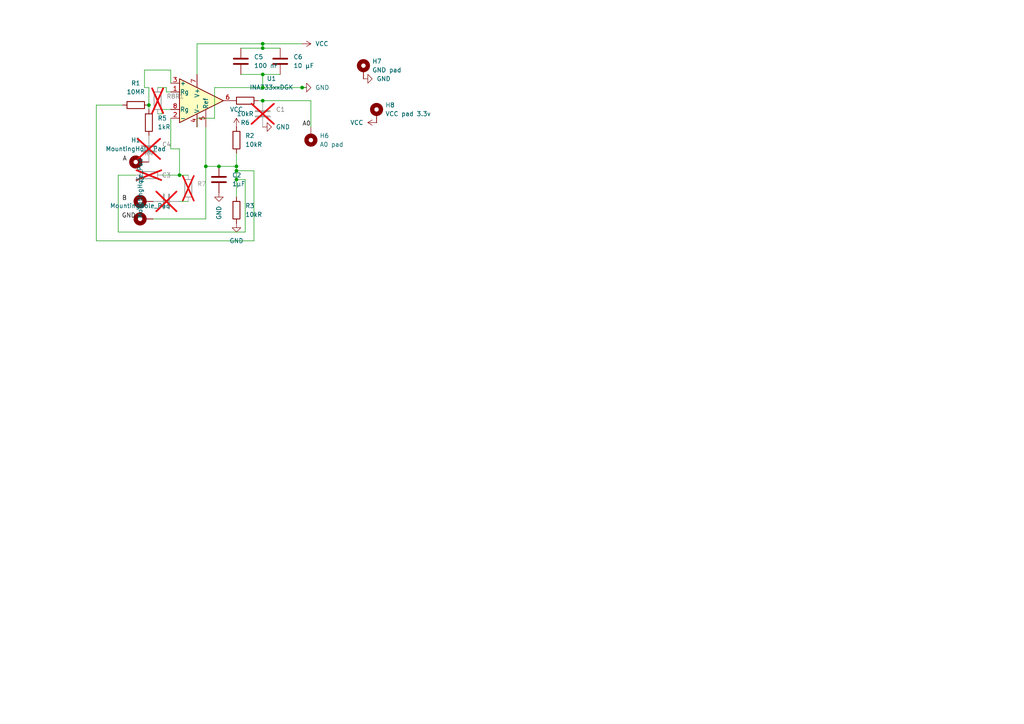
<source format=kicad_sch>
(kicad_sch
	(version 20250114)
	(generator "eeschema")
	(generator_version "9.0")
	(uuid "da7253fd-7f15-407b-9238-63da89b9dcaf")
	(paper "A4")
	(lib_symbols
		(symbol "Amplifier_Instrumentation:INA333xxDGK"
			(pin_names
				(offset 0.127)
			)
			(exclude_from_sim no)
			(in_bom yes)
			(on_board yes)
			(property "Reference" "U"
				(at 3.81 3.175 0)
				(effects
					(font
						(size 1.27 1.27)
					)
					(justify left)
				)
			)
			(property "Value" "INA333xxDGK"
				(at 3.81 -3.175 0)
				(effects
					(font
						(size 1.27 1.27)
					)
					(justify left)
				)
			)
			(property "Footprint" "Package_SO:VSSOP-8_3x3mm_P0.65mm"
				(at 0 -7.62 0)
				(effects
					(font
						(size 1.27 1.27)
					)
					(hide yes)
				)
			)
			(property "Datasheet" "https://www.ti.com/lit/ds/symlink/ina333.pdf"
				(at 2.54 0 0)
				(effects
					(font
						(size 1.27 1.27)
					)
					(hide yes)
				)
			)
			(property "Description" "Zero Drift, Micropower Instrumentation Amplifier G = 1 + 100kOhm/Rg, VSSOP-8"
				(at 0 0 0)
				(effects
					(font
						(size 1.27 1.27)
					)
					(hide yes)
				)
			)
			(property "ki_keywords" "instrumentation opamp amplifier"
				(at 0 0 0)
				(effects
					(font
						(size 1.27 1.27)
					)
					(hide yes)
				)
			)
			(property "ki_fp_filters" "VSSOP*3x3mm*P0.65mm*"
				(at 0 0 0)
				(effects
					(font
						(size 1.27 1.27)
					)
					(hide yes)
				)
			)
			(symbol "INA333xxDGK_0_1"
				(polyline
					(pts
						(xy 7.62 0) (xy -5.08 6.35) (xy -5.08 -6.35) (xy 7.62 0)
					)
					(stroke
						(width 0.254)
						(type default)
					)
					(fill
						(type background)
					)
				)
			)
			(symbol "INA333xxDGK_1_1"
				(pin input line
					(at -7.62 5.08 0)
					(length 2.54)
					(name "+"
						(effects
							(font
								(size 1.27 1.27)
							)
						)
					)
					(number "3"
						(effects
							(font
								(size 1.27 1.27)
							)
						)
					)
				)
				(pin passive line
					(at -7.62 2.54 0)
					(length 2.54)
					(name "Rg"
						(effects
							(font
								(size 1.27 1.27)
							)
						)
					)
					(number "1"
						(effects
							(font
								(size 1.27 1.27)
							)
						)
					)
				)
				(pin passive line
					(at -7.62 -2.54 0)
					(length 2.54)
					(name "Rg"
						(effects
							(font
								(size 1.27 1.27)
							)
						)
					)
					(number "8"
						(effects
							(font
								(size 1.27 1.27)
							)
						)
					)
				)
				(pin input line
					(at -7.62 -5.08 0)
					(length 2.54)
					(name "-"
						(effects
							(font
								(size 1.27 1.27)
							)
						)
					)
					(number "2"
						(effects
							(font
								(size 1.27 1.27)
							)
						)
					)
				)
				(pin power_in line
					(at 0 7.62 270)
					(length 3.81)
					(name "V+"
						(effects
							(font
								(size 1.27 1.27)
							)
						)
					)
					(number "7"
						(effects
							(font
								(size 1.27 1.27)
							)
						)
					)
				)
				(pin power_in line
					(at 0 -7.62 90)
					(length 3.81)
					(name "V-"
						(effects
							(font
								(size 1.27 1.27)
							)
						)
					)
					(number "4"
						(effects
							(font
								(size 1.27 1.27)
							)
						)
					)
				)
				(pin input line
					(at 2.54 -7.62 90)
					(length 5.08)
					(name "Ref"
						(effects
							(font
								(size 1.27 1.27)
							)
						)
					)
					(number "5"
						(effects
							(font
								(size 1.27 1.27)
							)
						)
					)
				)
				(pin output line
					(at 10.16 0 180)
					(length 2.54)
					(name "~"
						(effects
							(font
								(size 1.27 1.27)
							)
						)
					)
					(number "6"
						(effects
							(font
								(size 1.27 1.27)
							)
						)
					)
				)
			)
			(embedded_fonts no)
		)
		(symbol "Device:C"
			(pin_numbers
				(hide yes)
			)
			(pin_names
				(offset 0.254)
			)
			(exclude_from_sim no)
			(in_bom yes)
			(on_board yes)
			(property "Reference" "C"
				(at 0.635 2.54 0)
				(effects
					(font
						(size 1.27 1.27)
					)
					(justify left)
				)
			)
			(property "Value" "C"
				(at 0.635 -2.54 0)
				(effects
					(font
						(size 1.27 1.27)
					)
					(justify left)
				)
			)
			(property "Footprint" ""
				(at 0.9652 -3.81 0)
				(effects
					(font
						(size 1.27 1.27)
					)
					(hide yes)
				)
			)
			(property "Datasheet" "~"
				(at 0 0 0)
				(effects
					(font
						(size 1.27 1.27)
					)
					(hide yes)
				)
			)
			(property "Description" "Unpolarized capacitor"
				(at 0 0 0)
				(effects
					(font
						(size 1.27 1.27)
					)
					(hide yes)
				)
			)
			(property "ki_keywords" "cap capacitor"
				(at 0 0 0)
				(effects
					(font
						(size 1.27 1.27)
					)
					(hide yes)
				)
			)
			(property "ki_fp_filters" "C_*"
				(at 0 0 0)
				(effects
					(font
						(size 1.27 1.27)
					)
					(hide yes)
				)
			)
			(symbol "C_0_1"
				(polyline
					(pts
						(xy -2.032 0.762) (xy 2.032 0.762)
					)
					(stroke
						(width 0.508)
						(type default)
					)
					(fill
						(type none)
					)
				)
				(polyline
					(pts
						(xy -2.032 -0.762) (xy 2.032 -0.762)
					)
					(stroke
						(width 0.508)
						(type default)
					)
					(fill
						(type none)
					)
				)
			)
			(symbol "C_1_1"
				(pin passive line
					(at 0 3.81 270)
					(length 2.794)
					(name "~"
						(effects
							(font
								(size 1.27 1.27)
							)
						)
					)
					(number "1"
						(effects
							(font
								(size 1.27 1.27)
							)
						)
					)
				)
				(pin passive line
					(at 0 -3.81 90)
					(length 2.794)
					(name "~"
						(effects
							(font
								(size 1.27 1.27)
							)
						)
					)
					(number "2"
						(effects
							(font
								(size 1.27 1.27)
							)
						)
					)
				)
			)
			(embedded_fonts no)
		)
		(symbol "Device:R"
			(pin_numbers
				(hide yes)
			)
			(pin_names
				(offset 0)
			)
			(exclude_from_sim no)
			(in_bom yes)
			(on_board yes)
			(property "Reference" "R"
				(at 2.032 0 90)
				(effects
					(font
						(size 1.27 1.27)
					)
				)
			)
			(property "Value" "R"
				(at 0 0 90)
				(effects
					(font
						(size 1.27 1.27)
					)
				)
			)
			(property "Footprint" ""
				(at -1.778 0 90)
				(effects
					(font
						(size 1.27 1.27)
					)
					(hide yes)
				)
			)
			(property "Datasheet" "~"
				(at 0 0 0)
				(effects
					(font
						(size 1.27 1.27)
					)
					(hide yes)
				)
			)
			(property "Description" "Resistor"
				(at 0 0 0)
				(effects
					(font
						(size 1.27 1.27)
					)
					(hide yes)
				)
			)
			(property "ki_keywords" "R res resistor"
				(at 0 0 0)
				(effects
					(font
						(size 1.27 1.27)
					)
					(hide yes)
				)
			)
			(property "ki_fp_filters" "R_*"
				(at 0 0 0)
				(effects
					(font
						(size 1.27 1.27)
					)
					(hide yes)
				)
			)
			(symbol "R_0_1"
				(rectangle
					(start -1.016 -2.54)
					(end 1.016 2.54)
					(stroke
						(width 0.254)
						(type default)
					)
					(fill
						(type none)
					)
				)
			)
			(symbol "R_1_1"
				(pin passive line
					(at 0 3.81 270)
					(length 1.27)
					(name "~"
						(effects
							(font
								(size 1.27 1.27)
							)
						)
					)
					(number "1"
						(effects
							(font
								(size 1.27 1.27)
							)
						)
					)
				)
				(pin passive line
					(at 0 -3.81 90)
					(length 1.27)
					(name "~"
						(effects
							(font
								(size 1.27 1.27)
							)
						)
					)
					(number "2"
						(effects
							(font
								(size 1.27 1.27)
							)
						)
					)
				)
			)
			(embedded_fonts no)
		)
		(symbol "Mechanical:MountingHole_Pad"
			(pin_numbers
				(hide yes)
			)
			(pin_names
				(offset 1.016)
				(hide yes)
			)
			(exclude_from_sim no)
			(in_bom no)
			(on_board yes)
			(property "Reference" "H"
				(at 0 6.35 0)
				(effects
					(font
						(size 1.27 1.27)
					)
				)
			)
			(property "Value" "MountingHole_Pad"
				(at 0 4.445 0)
				(effects
					(font
						(size 1.27 1.27)
					)
				)
			)
			(property "Footprint" ""
				(at 0 0 0)
				(effects
					(font
						(size 1.27 1.27)
					)
					(hide yes)
				)
			)
			(property "Datasheet" "~"
				(at 0 0 0)
				(effects
					(font
						(size 1.27 1.27)
					)
					(hide yes)
				)
			)
			(property "Description" "Mounting Hole with connection"
				(at 0 0 0)
				(effects
					(font
						(size 1.27 1.27)
					)
					(hide yes)
				)
			)
			(property "ki_keywords" "mounting hole"
				(at 0 0 0)
				(effects
					(font
						(size 1.27 1.27)
					)
					(hide yes)
				)
			)
			(property "ki_fp_filters" "MountingHole*Pad*"
				(at 0 0 0)
				(effects
					(font
						(size 1.27 1.27)
					)
					(hide yes)
				)
			)
			(symbol "MountingHole_Pad_0_1"
				(circle
					(center 0 1.27)
					(radius 1.27)
					(stroke
						(width 1.27)
						(type default)
					)
					(fill
						(type none)
					)
				)
			)
			(symbol "MountingHole_Pad_1_1"
				(pin input line
					(at 0 -2.54 90)
					(length 2.54)
					(name "1"
						(effects
							(font
								(size 1.27 1.27)
							)
						)
					)
					(number "1"
						(effects
							(font
								(size 1.27 1.27)
							)
						)
					)
				)
			)
			(embedded_fonts no)
		)
		(symbol "power:GND"
			(power)
			(pin_numbers
				(hide yes)
			)
			(pin_names
				(offset 0)
				(hide yes)
			)
			(exclude_from_sim no)
			(in_bom yes)
			(on_board yes)
			(property "Reference" "#PWR"
				(at 0 -6.35 0)
				(effects
					(font
						(size 1.27 1.27)
					)
					(hide yes)
				)
			)
			(property "Value" "GND"
				(at 0 -3.81 0)
				(effects
					(font
						(size 1.27 1.27)
					)
				)
			)
			(property "Footprint" ""
				(at 0 0 0)
				(effects
					(font
						(size 1.27 1.27)
					)
					(hide yes)
				)
			)
			(property "Datasheet" ""
				(at 0 0 0)
				(effects
					(font
						(size 1.27 1.27)
					)
					(hide yes)
				)
			)
			(property "Description" "Power symbol creates a global label with name \"GND\" , ground"
				(at 0 0 0)
				(effects
					(font
						(size 1.27 1.27)
					)
					(hide yes)
				)
			)
			(property "ki_keywords" "global power"
				(at 0 0 0)
				(effects
					(font
						(size 1.27 1.27)
					)
					(hide yes)
				)
			)
			(symbol "GND_0_1"
				(polyline
					(pts
						(xy 0 0) (xy 0 -1.27) (xy 1.27 -1.27) (xy 0 -2.54) (xy -1.27 -1.27) (xy 0 -1.27)
					)
					(stroke
						(width 0)
						(type default)
					)
					(fill
						(type none)
					)
				)
			)
			(symbol "GND_1_1"
				(pin power_in line
					(at 0 0 270)
					(length 0)
					(name "~"
						(effects
							(font
								(size 1.27 1.27)
							)
						)
					)
					(number "1"
						(effects
							(font
								(size 1.27 1.27)
							)
						)
					)
				)
			)
			(embedded_fonts no)
		)
		(symbol "power:VCC"
			(power)
			(pin_numbers
				(hide yes)
			)
			(pin_names
				(offset 0)
				(hide yes)
			)
			(exclude_from_sim no)
			(in_bom yes)
			(on_board yes)
			(property "Reference" "#PWR"
				(at 0 -3.81 0)
				(effects
					(font
						(size 1.27 1.27)
					)
					(hide yes)
				)
			)
			(property "Value" "VCC"
				(at 0 3.556 0)
				(effects
					(font
						(size 1.27 1.27)
					)
				)
			)
			(property "Footprint" ""
				(at 0 0 0)
				(effects
					(font
						(size 1.27 1.27)
					)
					(hide yes)
				)
			)
			(property "Datasheet" ""
				(at 0 0 0)
				(effects
					(font
						(size 1.27 1.27)
					)
					(hide yes)
				)
			)
			(property "Description" "Power symbol creates a global label with name \"VCC\""
				(at 0 0 0)
				(effects
					(font
						(size 1.27 1.27)
					)
					(hide yes)
				)
			)
			(property "ki_keywords" "global power"
				(at 0 0 0)
				(effects
					(font
						(size 1.27 1.27)
					)
					(hide yes)
				)
			)
			(symbol "VCC_0_1"
				(polyline
					(pts
						(xy -0.762 1.27) (xy 0 2.54)
					)
					(stroke
						(width 0)
						(type default)
					)
					(fill
						(type none)
					)
				)
				(polyline
					(pts
						(xy 0 2.54) (xy 0.762 1.27)
					)
					(stroke
						(width 0)
						(type default)
					)
					(fill
						(type none)
					)
				)
				(polyline
					(pts
						(xy 0 0) (xy 0 2.54)
					)
					(stroke
						(width 0)
						(type default)
					)
					(fill
						(type none)
					)
				)
			)
			(symbol "VCC_1_1"
				(pin power_in line
					(at 0 0 90)
					(length 0)
					(name "~"
						(effects
							(font
								(size 1.27 1.27)
							)
						)
					)
					(number "1"
						(effects
							(font
								(size 1.27 1.27)
							)
						)
					)
				)
			)
			(embedded_fonts no)
		)
	)
	(junction
		(at 52.07 50.8)
		(diameter 0)
		(color 0 0 0 0)
		(uuid "16e543bf-95bc-43c1-a938-56b7cece2922")
	)
	(junction
		(at 76.2 29.21)
		(diameter 0)
		(color 0 0 0 0)
		(uuid "36457506-3f04-4ca5-a742-b10cfc8581e0")
	)
	(junction
		(at 76.2 13.97)
		(diameter 0)
		(color 0 0 0 0)
		(uuid "3f909286-163b-42a5-92d1-1f6003ba15be")
	)
	(junction
		(at 76.2 21.59)
		(diameter 0)
		(color 0 0 0 0)
		(uuid "40e5fe75-b018-4449-907a-b4a18eb22298")
	)
	(junction
		(at 63.5 48.26)
		(diameter 0)
		(color 0 0 0 0)
		(uuid "581b5caa-edad-4191-8450-0c05f4b09a75")
	)
	(junction
		(at 68.58 48.26)
		(diameter 0)
		(color 0 0 0 0)
		(uuid "849d05e3-98f1-4222-af7e-00874bb77375")
	)
	(junction
		(at 59.69 48.26)
		(diameter 0)
		(color 0 0 0 0)
		(uuid "8aa43707-11dc-474c-b8c2-608402b11791")
	)
	(junction
		(at 68.58 52.07)
		(diameter 0)
		(color 0 0 0 0)
		(uuid "8d73cf4d-3bc8-48b6-9011-77183719d3a1")
	)
	(junction
		(at 76.2 25.4)
		(diameter 0)
		(color 0 0 0 0)
		(uuid "9d958e77-74b7-4484-96ed-b5313d37fc51")
	)
	(junction
		(at 68.58 49.53)
		(diameter 0)
		(color 0 0 0 0)
		(uuid "a0a95290-5735-4ea9-936a-dc01827be10e")
	)
	(junction
		(at 76.2 12.7)
		(diameter 0)
		(color 0 0 0 0)
		(uuid "a3101471-6fd5-438a-b5b4-69580a8c93d8")
	)
	(junction
		(at 43.18 30.48)
		(diameter 0)
		(color 0 0 0 0)
		(uuid "c7885d5c-2540-4d11-9de1-2962328853cf")
	)
	(junction
		(at 87.63 25.4)
		(diameter 0)
		(color 0 0 0 0)
		(uuid "e55c7390-006e-433d-a2a7-920e1271fc16")
	)
	(wire
		(pts
			(xy 57.15 12.7) (xy 76.2 12.7)
		)
		(stroke
			(width 0)
			(type default)
		)
		(uuid "0df71d9d-88f4-43a5-83a3-9a7f9691954a")
	)
	(wire
		(pts
			(xy 71.12 52.07) (xy 68.58 52.07)
		)
		(stroke
			(width 0)
			(type default)
		)
		(uuid "165d4604-b4dd-4b8f-bc07-e9c192aafd53")
	)
	(wire
		(pts
			(xy 43.18 30.48) (xy 43.18 25.4)
		)
		(stroke
			(width 0)
			(type default)
		)
		(uuid "19aedd48-3590-4b9e-aa2f-4247712e32b8")
	)
	(wire
		(pts
			(xy 76.2 21.59) (xy 81.28 21.59)
		)
		(stroke
			(width 0)
			(type default)
		)
		(uuid "1ea0b9b3-f7a4-4f1d-be62-4b201ead4abe")
	)
	(wire
		(pts
			(xy 59.69 36.83) (xy 59.69 48.26)
		)
		(stroke
			(width 0)
			(type default)
		)
		(uuid "24cd9870-40f0-4949-865b-c4aa13304690")
	)
	(wire
		(pts
			(xy 68.58 44.45) (xy 68.58 48.26)
		)
		(stroke
			(width 0)
			(type default)
		)
		(uuid "25bbb451-ba21-4419-a8bf-3cc567aae34d")
	)
	(wire
		(pts
			(xy 43.18 30.48) (xy 43.18 31.75)
		)
		(stroke
			(width 0)
			(type default)
		)
		(uuid "26d0737c-b515-4063-87b7-4f59572728b7")
	)
	(wire
		(pts
			(xy 43.18 25.4) (xy 41.91 25.4)
		)
		(stroke
			(width 0)
			(type default)
		)
		(uuid "2a53880f-6d86-4bf9-a92f-44d937addc68")
	)
	(wire
		(pts
			(xy 76.2 29.21) (xy 90.17 29.21)
		)
		(stroke
			(width 0)
			(type default)
		)
		(uuid "2afb9499-4d92-4e8e-aa29-9904b51bc011")
	)
	(wire
		(pts
			(xy 52.07 43.18) (xy 52.07 50.8)
		)
		(stroke
			(width 0)
			(type default)
		)
		(uuid "2d3ea80a-1aea-4342-b009-8118e8ce60dd")
	)
	(wire
		(pts
			(xy 49.53 26.67) (xy 48.26 26.67)
		)
		(stroke
			(width 0)
			(type default)
		)
		(uuid "2e81ce41-132d-441e-a5f7-4b7bec002634")
	)
	(wire
		(pts
			(xy 76.2 21.59) (xy 76.2 25.4)
		)
		(stroke
			(width 0)
			(type default)
		)
		(uuid "30108d26-ca4e-4e02-b655-f5001e21d5e5")
	)
	(wire
		(pts
			(xy 62.23 34.29) (xy 62.23 25.4)
		)
		(stroke
			(width 0)
			(type default)
		)
		(uuid "395b2a40-8934-4dcf-b73d-389fe6758742")
	)
	(wire
		(pts
			(xy 68.58 52.07) (xy 68.58 57.15)
		)
		(stroke
			(width 0)
			(type default)
		)
		(uuid "39d20c67-ead7-4afc-8a87-066a0c929c8b")
	)
	(wire
		(pts
			(xy 34.29 67.31) (xy 71.12 67.31)
		)
		(stroke
			(width 0)
			(type default)
		)
		(uuid "3a304420-2fc4-4e3e-9300-1ffc707666ed")
	)
	(wire
		(pts
			(xy 59.69 48.26) (xy 59.69 63.5)
		)
		(stroke
			(width 0)
			(type default)
		)
		(uuid "3a96d6c1-0219-4943-a733-b821cdaa72c0")
	)
	(wire
		(pts
			(xy 76.2 12.7) (xy 76.2 13.97)
		)
		(stroke
			(width 0)
			(type default)
		)
		(uuid "3c634707-29b3-4332-9a23-4781c197e6c6")
	)
	(wire
		(pts
			(xy 34.29 50.8) (xy 34.29 67.31)
		)
		(stroke
			(width 0)
			(type default)
		)
		(uuid "4240dd07-f5cd-4b5b-a1e3-5c8c0d29cd32")
	)
	(wire
		(pts
			(xy 27.94 30.48) (xy 27.94 69.85)
		)
		(stroke
			(width 0)
			(type default)
		)
		(uuid "4de0a93f-12a2-4b2b-9762-0e83ff6e90f1")
	)
	(wire
		(pts
			(xy 46.99 33.02) (xy 45.72 33.02)
		)
		(stroke
			(width 0)
			(type default)
		)
		(uuid "54750c97-57ca-476d-a065-53b7c07f7011")
	)
	(wire
		(pts
			(xy 68.58 49.53) (xy 68.58 52.07)
		)
		(stroke
			(width 0)
			(type default)
		)
		(uuid "585ee5f9-8f3e-495c-85ed-54e07f000f67")
	)
	(wire
		(pts
			(xy 63.5 48.26) (xy 68.58 48.26)
		)
		(stroke
			(width 0)
			(type default)
		)
		(uuid "59139be1-5b0f-41dc-861b-9330889c3457")
	)
	(wire
		(pts
			(xy 46.99 50.8) (xy 52.07 50.8)
		)
		(stroke
			(width 0)
			(type default)
		)
		(uuid "5ca175b9-7026-4e97-9d17-b1e987767540")
	)
	(wire
		(pts
			(xy 46.99 31.75) (xy 46.99 33.02)
		)
		(stroke
			(width 0)
			(type default)
		)
		(uuid "68aaf79a-7a8c-475b-9a0e-14cc153134b1")
	)
	(wire
		(pts
			(xy 76.2 25.4) (xy 87.63 25.4)
		)
		(stroke
			(width 0)
			(type default)
		)
		(uuid "6a5ba2c7-5309-45ae-b09e-00cf96c0c80f")
	)
	(wire
		(pts
			(xy 59.69 48.26) (xy 63.5 48.26)
		)
		(stroke
			(width 0)
			(type default)
		)
		(uuid "76f80796-09af-4689-837c-ae6c23fcd4a9")
	)
	(wire
		(pts
			(xy 52.07 43.18) (xy 49.53 43.18)
		)
		(stroke
			(width 0)
			(type default)
		)
		(uuid "795d79e9-76eb-4a15-a93a-066a223ab543")
	)
	(wire
		(pts
			(xy 76.2 12.7) (xy 87.63 12.7)
		)
		(stroke
			(width 0)
			(type default)
		)
		(uuid "84f3f77a-3130-41c7-9db2-ea6ae15dc932")
	)
	(wire
		(pts
			(xy 52.07 50.8) (xy 54.61 50.8)
		)
		(stroke
			(width 0)
			(type default)
		)
		(uuid "8cf11255-6ee5-474b-89c1-c663ccf190c8")
	)
	(wire
		(pts
			(xy 69.85 13.97) (xy 76.2 13.97)
		)
		(stroke
			(width 0)
			(type default)
		)
		(uuid "93653085-c422-4f8b-9114-32e0a78a5fb7")
	)
	(wire
		(pts
			(xy 41.91 20.32) (xy 49.53 20.32)
		)
		(stroke
			(width 0)
			(type default)
		)
		(uuid "9770c7b6-1d9d-4092-a16c-d6b9105dd859")
	)
	(wire
		(pts
			(xy 52.07 58.42) (xy 54.61 58.42)
		)
		(stroke
			(width 0)
			(type default)
		)
		(uuid "9a36bfb7-a3a2-46ff-a314-5cb0d10c0588")
	)
	(wire
		(pts
			(xy 39.37 50.8) (xy 34.29 50.8)
		)
		(stroke
			(width 0)
			(type default)
		)
		(uuid "a2225474-910e-4e26-83dd-6d7bb62bcbd5")
	)
	(wire
		(pts
			(xy 76.2 13.97) (xy 81.28 13.97)
		)
		(stroke
			(width 0)
			(type default)
		)
		(uuid "a3b9e3af-1aef-44bc-91d8-21b72bf4e61a")
	)
	(wire
		(pts
			(xy 74.93 29.21) (xy 76.2 29.21)
		)
		(stroke
			(width 0)
			(type default)
		)
		(uuid "a8dd3d25-f7b4-4a44-9a9d-79836e264aa9")
	)
	(wire
		(pts
			(xy 35.56 30.48) (xy 27.94 30.48)
		)
		(stroke
			(width 0)
			(type default)
		)
		(uuid "abc890ab-1790-4a7f-b4fd-47eed03e832d")
	)
	(wire
		(pts
			(xy 41.91 25.4) (xy 41.91 20.32)
		)
		(stroke
			(width 0)
			(type default)
		)
		(uuid "b0729d31-d50a-4e4a-ac4f-72d653d05d4f")
	)
	(wire
		(pts
			(xy 57.15 36.83) (xy 57.15 34.29)
		)
		(stroke
			(width 0)
			(type default)
		)
		(uuid "b45425cf-3117-478d-80ae-6e3cc2e055dd")
	)
	(wire
		(pts
			(xy 49.53 34.29) (xy 49.53 43.18)
		)
		(stroke
			(width 0)
			(type default)
		)
		(uuid "b9559bb4-c893-4037-9f39-7d5936b6aaf6")
	)
	(wire
		(pts
			(xy 73.66 69.85) (xy 73.66 49.53)
		)
		(stroke
			(width 0)
			(type default)
		)
		(uuid "c5007acd-3712-40f0-82ee-15bb9dd6b816")
	)
	(wire
		(pts
			(xy 71.12 67.31) (xy 71.12 52.07)
		)
		(stroke
			(width 0)
			(type default)
		)
		(uuid "c5b088c1-ca35-46f4-9bf9-12c5e860278a")
	)
	(wire
		(pts
			(xy 57.15 34.29) (xy 62.23 34.29)
		)
		(stroke
			(width 0)
			(type default)
		)
		(uuid "c941424a-ad6a-4386-8a55-1ce12f7e98e9")
	)
	(wire
		(pts
			(xy 48.26 25.4) (xy 45.72 25.4)
		)
		(stroke
			(width 0)
			(type default)
		)
		(uuid "cd8be7a7-3713-4010-9f9f-788e2fd029df")
	)
	(wire
		(pts
			(xy 49.53 20.32) (xy 49.53 24.13)
		)
		(stroke
			(width 0)
			(type default)
		)
		(uuid "cf0fce16-b5cd-4646-bf9e-e2330c5356cc")
	)
	(wire
		(pts
			(xy 48.26 26.67) (xy 48.26 25.4)
		)
		(stroke
			(width 0)
			(type default)
		)
		(uuid "cf2f37e5-96e3-4c16-84f9-c92116f4e247")
	)
	(wire
		(pts
			(xy 90.17 29.21) (xy 90.17 36.83)
		)
		(stroke
			(width 0)
			(type default)
		)
		(uuid "d0320186-3704-41a0-b234-e9a4df2e85f5")
	)
	(wire
		(pts
			(xy 69.85 21.59) (xy 76.2 21.59)
		)
		(stroke
			(width 0)
			(type default)
		)
		(uuid "d78bc652-2734-44ea-be08-b95091f29312")
	)
	(wire
		(pts
			(xy 62.23 25.4) (xy 76.2 25.4)
		)
		(stroke
			(width 0)
			(type default)
		)
		(uuid "d879ba2c-1da2-450d-a9ff-8c7560770380")
	)
	(wire
		(pts
			(xy 27.94 69.85) (xy 73.66 69.85)
		)
		(stroke
			(width 0)
			(type default)
		)
		(uuid "dd150c16-9a6b-407f-add4-96bf5a59cdd8")
	)
	(wire
		(pts
			(xy 57.15 12.7) (xy 57.15 21.59)
		)
		(stroke
			(width 0)
			(type default)
		)
		(uuid "e285d921-904e-4b7f-83ad-22a9406eb72b")
	)
	(wire
		(pts
			(xy 73.66 49.53) (xy 68.58 49.53)
		)
		(stroke
			(width 0)
			(type default)
		)
		(uuid "e68c0b4c-e561-4dc4-b4b8-0c942316498f")
	)
	(wire
		(pts
			(xy 49.53 31.75) (xy 46.99 31.75)
		)
		(stroke
			(width 0)
			(type default)
		)
		(uuid "ee2bbb13-577b-4c61-9289-81f34323bde1")
	)
	(wire
		(pts
			(xy 88.9 25.4) (xy 87.63 25.4)
		)
		(stroke
			(width 0)
			(type default)
		)
		(uuid "eecc9eb1-b13b-45f4-97ab-751ca7737893")
	)
	(wire
		(pts
			(xy 68.58 48.26) (xy 68.58 49.53)
		)
		(stroke
			(width 0)
			(type default)
		)
		(uuid "f12be941-1072-482c-9b18-e54dbe17530e")
	)
	(wire
		(pts
			(xy 44.45 63.5) (xy 59.69 63.5)
		)
		(stroke
			(width 0)
			(type default)
		)
		(uuid "ff717fd8-7122-41ff-bc8b-25a07831c231")
	)
	(label "GND"
		(at 39.37 63.5 180)
		(effects
			(font
				(size 1.27 1.27)
			)
			(justify right bottom)
		)
		(uuid "01666c32-7903-42b6-a819-419ab29da197")
	)
	(label "A"
		(at 36.83 46.99 180)
		(effects
			(font
				(size 1.27 1.27)
			)
			(justify right bottom)
		)
		(uuid "133b96e1-e2d9-4cdc-935f-f57f1848972f")
	)
	(label "B"
		(at 36.83 58.42 180)
		(effects
			(font
				(size 1.27 1.27)
			)
			(justify right bottom)
		)
		(uuid "c7389b8b-74a0-4c68-90a1-f2a7a83d2402")
	)
	(label "A0"
		(at 90.17 36.83 180)
		(effects
			(font
				(size 1.27 1.27)
			)
			(justify right bottom)
		)
		(uuid "ebe36101-f4a8-4083-b0d9-fb059be84b60")
	)
	(symbol
		(lib_id "Device:R")
		(at 71.12 29.21 270)
		(unit 1)
		(exclude_from_sim no)
		(in_bom yes)
		(on_board yes)
		(dnp no)
		(uuid "14a17427-cd5b-4b55-b7f2-476287f9f638")
		(property "Reference" "R6"
			(at 71.12 35.56 90)
			(effects
				(font
					(size 1.27 1.27)
				)
			)
		)
		(property "Value" "10kR"
			(at 71.12 33.02 90)
			(effects
				(font
					(size 1.27 1.27)
				)
			)
		)
		(property "Footprint" "Resistor_SMD:R_0805_2012Metric_Pad1.20x1.40mm_HandSolder"
			(at 71.12 27.432 90)
			(effects
				(font
					(size 1.27 1.27)
				)
				(hide yes)
			)
		)
		(property "Datasheet" "~"
			(at 71.12 29.21 0)
			(effects
				(font
					(size 1.27 1.27)
				)
				(hide yes)
			)
		)
		(property "Description" "Resistor"
			(at 71.12 29.21 0)
			(effects
				(font
					(size 1.27 1.27)
				)
				(hide yes)
			)
		)
		(pin "1"
			(uuid "c46b7c1a-773f-4289-9539-c4ccb4f40574")
		)
		(pin "2"
			(uuid "57359060-4356-405c-b59b-79f03e000926")
		)
		(instances
			(project ""
				(path "/da7253fd-7f15-407b-9238-63da89b9dcaf"
					(reference "R6")
					(unit 1)
				)
			)
		)
	)
	(symbol
		(lib_id "Device:C")
		(at 48.26 58.42 90)
		(unit 1)
		(exclude_from_sim no)
		(in_bom yes)
		(on_board yes)
		(dnp yes)
		(fields_autoplaced yes)
		(uuid "17d4fcc4-95b5-4cdc-8c40-4ebd0ace9ef1")
		(property "Reference" "C3"
			(at 48.26 50.8 90)
			(effects
				(font
					(size 1.27 1.27)
				)
			)
		)
		(property "Value" ""
			(at 48.26 53.34 90)
			(effects
				(font
					(size 1.27 1.27)
				)
			)
		)
		(property "Footprint" "Capacitor_SMD:C_0805_2012Metric_Pad1.18x1.45mm_HandSolder"
			(at 52.07 57.4548 0)
			(effects
				(font
					(size 1.27 1.27)
				)
				(hide yes)
			)
		)
		(property "Datasheet" "~"
			(at 48.26 58.42 0)
			(effects
				(font
					(size 1.27 1.27)
				)
				(hide yes)
			)
		)
		(property "Description" "Unpolarized capacitor"
			(at 48.26 58.42 0)
			(effects
				(font
					(size 1.27 1.27)
				)
				(hide yes)
			)
		)
		(pin "1"
			(uuid "b95b4cf2-067a-4b0e-a896-49dd6bfdbaa3")
		)
		(pin "2"
			(uuid "277e717e-6d04-4ce1-a196-ffc236fd3ce9")
		)
		(instances
			(project ""
				(path "/da7253fd-7f15-407b-9238-63da89b9dcaf"
					(reference "C3")
					(unit 1)
				)
			)
		)
	)
	(symbol
		(lib_id "power:VCC")
		(at 68.58 36.83 0)
		(unit 1)
		(exclude_from_sim no)
		(in_bom yes)
		(on_board yes)
		(dnp no)
		(fields_autoplaced yes)
		(uuid "185f3ae8-7703-4787-ab32-fbcd5b39ba06")
		(property "Reference" "#PWR02"
			(at 68.58 40.64 0)
			(effects
				(font
					(size 1.27 1.27)
				)
				(hide yes)
			)
		)
		(property "Value" "VCC"
			(at 68.58 31.75 0)
			(effects
				(font
					(size 1.27 1.27)
				)
			)
		)
		(property "Footprint" ""
			(at 68.58 36.83 0)
			(effects
				(font
					(size 1.27 1.27)
				)
				(hide yes)
			)
		)
		(property "Datasheet" ""
			(at 68.58 36.83 0)
			(effects
				(font
					(size 1.27 1.27)
				)
				(hide yes)
			)
		)
		(property "Description" "Power symbol creates a global label with name \"VCC\""
			(at 68.58 36.83 0)
			(effects
				(font
					(size 1.27 1.27)
				)
				(hide yes)
			)
		)
		(pin "1"
			(uuid "bf137054-2d71-4e03-a35b-da312fd9ca0e")
		)
		(instances
			(project ""
				(path "/da7253fd-7f15-407b-9238-63da89b9dcaf"
					(reference "#PWR02")
					(unit 1)
				)
			)
		)
	)
	(symbol
		(lib_id "power:GND")
		(at 76.2 36.83 90)
		(unit 1)
		(exclude_from_sim no)
		(in_bom yes)
		(on_board yes)
		(dnp no)
		(fields_autoplaced yes)
		(uuid "1f2789e3-56c2-4929-ad81-1925254c3661")
		(property "Reference" "#PWR07"
			(at 82.55 36.83 0)
			(effects
				(font
					(size 1.27 1.27)
				)
				(hide yes)
			)
		)
		(property "Value" "GND"
			(at 80.01 36.8299 90)
			(effects
				(font
					(size 1.27 1.27)
				)
				(justify right)
			)
		)
		(property "Footprint" ""
			(at 76.2 36.83 0)
			(effects
				(font
					(size 1.27 1.27)
				)
				(hide yes)
			)
		)
		(property "Datasheet" ""
			(at 76.2 36.83 0)
			(effects
				(font
					(size 1.27 1.27)
				)
				(hide yes)
			)
		)
		(property "Description" "Power symbol creates a global label with name \"GND\" , ground"
			(at 76.2 36.83 0)
			(effects
				(font
					(size 1.27 1.27)
				)
				(hide yes)
			)
		)
		(pin "1"
			(uuid "0c0a3697-cb51-4879-bb03-6ead49075909")
		)
		(instances
			(project ""
				(path "/da7253fd-7f15-407b-9238-63da89b9dcaf"
					(reference "#PWR07")
					(unit 1)
				)
			)
		)
	)
	(symbol
		(lib_id "Device:C")
		(at 81.28 17.78 0)
		(unit 1)
		(exclude_from_sim no)
		(in_bom yes)
		(on_board yes)
		(dnp no)
		(fields_autoplaced yes)
		(uuid "3d062985-42b7-4fca-ae39-52028a896710")
		(property "Reference" "C6"
			(at 85.09 16.5099 0)
			(effects
				(font
					(size 1.27 1.27)
				)
				(justify left)
			)
		)
		(property "Value" "10 µF"
			(at 85.09 19.0499 0)
			(effects
				(font
					(size 1.27 1.27)
				)
				(justify left)
			)
		)
		(property "Footprint" "Capacitor_SMD:C_0805_2012Metric_Pad1.18x1.45mm_HandSolder"
			(at 82.2452 21.59 0)
			(effects
				(font
					(size 1.27 1.27)
				)
				(hide yes)
			)
		)
		(property "Datasheet" "~"
			(at 81.28 17.78 0)
			(effects
				(font
					(size 1.27 1.27)
				)
				(hide yes)
			)
		)
		(property "Description" "Unpolarized capacitor"
			(at 81.28 17.78 0)
			(effects
				(font
					(size 1.27 1.27)
				)
				(hide yes)
			)
		)
		(pin "2"
			(uuid "2492f101-301e-49a0-b7cb-5275092749d7")
		)
		(pin "1"
			(uuid "0fc18e54-90b6-4cef-85c8-98d5b905b174")
		)
		(instances
			(project ""
				(path "/da7253fd-7f15-407b-9238-63da89b9dcaf"
					(reference "C6")
					(unit 1)
				)
			)
		)
	)
	(symbol
		(lib_id "Device:R")
		(at 68.58 40.64 180)
		(unit 1)
		(exclude_from_sim no)
		(in_bom yes)
		(on_board yes)
		(dnp no)
		(uuid "3d664b7e-4abe-42eb-b1d6-138baed12834")
		(property "Reference" "R2"
			(at 71.12 39.3699 0)
			(effects
				(font
					(size 1.27 1.27)
				)
				(justify right)
			)
		)
		(property "Value" "10kR"
			(at 71.12 41.9099 0)
			(effects
				(font
					(size 1.27 1.27)
				)
				(justify right)
			)
		)
		(property "Footprint" "Resistor_SMD:R_0805_2012Metric_Pad1.20x1.40mm_HandSolder"
			(at 70.358 40.64 90)
			(effects
				(font
					(size 1.27 1.27)
				)
				(hide yes)
			)
		)
		(property "Datasheet" "~"
			(at 68.58 40.64 0)
			(effects
				(font
					(size 1.27 1.27)
				)
				(hide yes)
			)
		)
		(property "Description" "Resistor"
			(at 68.58 40.64 0)
			(effects
				(font
					(size 1.27 1.27)
				)
				(hide yes)
			)
		)
		(pin "2"
			(uuid "33be24ca-9e12-4fe9-857b-278c0f5ee0f0")
		)
		(pin "1"
			(uuid "27088c53-f7b6-4955-8866-a0bd54db7ecf")
		)
		(instances
			(project "Limelight"
				(path "/da7253fd-7f15-407b-9238-63da89b9dcaf"
					(reference "R2")
					(unit 1)
				)
			)
		)
	)
	(symbol
		(lib_id "Mechanical:MountingHole_Pad")
		(at 40.64 46.99 90)
		(unit 1)
		(exclude_from_sim no)
		(in_bom no)
		(on_board yes)
		(dnp no)
		(fields_autoplaced yes)
		(uuid "3db7c8dc-501e-4e0a-8480-e73d132d23f0")
		(property "Reference" "H1"
			(at 39.37 40.64 90)
			(effects
				(font
					(size 1.27 1.27)
				)
			)
		)
		(property "Value" "MountingHole_Pad"
			(at 39.37 43.18 90)
			(effects
				(font
					(size 1.27 1.27)
				)
			)
		)
		(property "Footprint" "TestPoint:TestPoint_THTPad_4.0x4.0mm_Drill2.0mm"
			(at 40.64 46.99 0)
			(effects
				(font
					(size 1.27 1.27)
				)
				(hide yes)
			)
		)
		(property "Datasheet" "~"
			(at 40.64 46.99 0)
			(effects
				(font
					(size 1.27 1.27)
				)
				(hide yes)
			)
		)
		(property "Description" "Mounting Hole with connection"
			(at 40.64 46.99 0)
			(effects
				(font
					(size 1.27 1.27)
				)
				(hide yes)
			)
		)
		(pin "1"
			(uuid "67e36a7f-22e5-4ba8-b3c4-ad64b9517c38")
		)
		(instances
			(project ""
				(path "/da7253fd-7f15-407b-9238-63da89b9dcaf"
					(reference "H1")
					(unit 1)
				)
			)
		)
	)
	(symbol
		(lib_id "Mechanical:MountingHole_Pad")
		(at 105.41 20.32 0)
		(unit 1)
		(exclude_from_sim no)
		(in_bom no)
		(on_board yes)
		(dnp no)
		(fields_autoplaced yes)
		(uuid "4056102d-df53-4454-aa4c-44a5b848ae78")
		(property "Reference" "H7"
			(at 107.95 17.7799 0)
			(effects
				(font
					(size 1.27 1.27)
				)
				(justify left)
			)
		)
		(property "Value" "GND pad"
			(at 107.95 20.3199 0)
			(effects
				(font
					(size 1.27 1.27)
				)
				(justify left)
			)
		)
		(property "Footprint" "TestPoint:TestPoint_THTPad_2.0x2.0mm_Drill1.0mm"
			(at 105.41 20.32 0)
			(effects
				(font
					(size 1.27 1.27)
				)
				(hide yes)
			)
		)
		(property "Datasheet" "~"
			(at 105.41 20.32 0)
			(effects
				(font
					(size 1.27 1.27)
				)
				(hide yes)
			)
		)
		(property "Description" "Mounting Hole with connection"
			(at 105.41 20.32 0)
			(effects
				(font
					(size 1.27 1.27)
				)
				(hide yes)
			)
		)
		(pin "1"
			(uuid "9762d272-3f23-41fc-bd70-e91b692f433a")
		)
		(instances
			(project ""
				(path "/da7253fd-7f15-407b-9238-63da89b9dcaf"
					(reference "H7")
					(unit 1)
				)
			)
		)
	)
	(symbol
		(lib_id "Device:C")
		(at 69.85 17.78 0)
		(unit 1)
		(exclude_from_sim no)
		(in_bom yes)
		(on_board yes)
		(dnp no)
		(uuid "427e8515-9cff-49ba-9a95-f718c94c2546")
		(property "Reference" "C5"
			(at 73.66 16.5099 0)
			(effects
				(font
					(size 1.27 1.27)
				)
				(justify left)
			)
		)
		(property "Value" "100 nF"
			(at 73.66 19.0499 0)
			(effects
				(font
					(size 1.27 1.27)
				)
				(justify left)
			)
		)
		(property "Footprint" "Capacitor_SMD:C_0805_2012Metric_Pad1.18x1.45mm_HandSolder"
			(at 70.8152 21.59 0)
			(effects
				(font
					(size 1.27 1.27)
				)
				(hide yes)
			)
		)
		(property "Datasheet" "~"
			(at 69.85 17.78 0)
			(effects
				(font
					(size 1.27 1.27)
				)
				(hide yes)
			)
		)
		(property "Description" "Unpolarized capacitor"
			(at 69.85 17.78 0)
			(effects
				(font
					(size 1.27 1.27)
				)
				(hide yes)
			)
		)
		(pin "2"
			(uuid "6f85d606-3398-4e4e-8829-dcefe9e34302")
		)
		(pin "1"
			(uuid "01ecd46c-0d65-42d6-a449-a5d38b5703e1")
		)
		(instances
			(project "Limelight"
				(path "/da7253fd-7f15-407b-9238-63da89b9dcaf"
					(reference "C5")
					(unit 1)
				)
			)
		)
	)
	(symbol
		(lib_id "Device:R")
		(at 68.58 60.96 180)
		(unit 1)
		(exclude_from_sim no)
		(in_bom yes)
		(on_board yes)
		(dnp no)
		(uuid "43c40edc-4713-4323-905d-e3c5ca9a70d8")
		(property "Reference" "R3"
			(at 71.12 59.6899 0)
			(effects
				(font
					(size 1.27 1.27)
				)
				(justify right)
			)
		)
		(property "Value" "10kR"
			(at 71.12 62.2299 0)
			(effects
				(font
					(size 1.27 1.27)
				)
				(justify right)
			)
		)
		(property "Footprint" "Resistor_SMD:R_0805_2012Metric_Pad1.20x1.40mm_HandSolder"
			(at 70.358 60.96 90)
			(effects
				(font
					(size 1.27 1.27)
				)
				(hide yes)
			)
		)
		(property "Datasheet" "~"
			(at 68.58 60.96 0)
			(effects
				(font
					(size 1.27 1.27)
				)
				(hide yes)
			)
		)
		(property "Description" "Resistor"
			(at 68.58 60.96 0)
			(effects
				(font
					(size 1.27 1.27)
				)
				(hide yes)
			)
		)
		(pin "2"
			(uuid "d08aba7b-512c-41ff-981b-8c558a5ea328")
		)
		(pin "1"
			(uuid "55eb78a0-afcc-4cce-9069-73263e55f957")
		)
		(instances
			(project "Limelight"
				(path "/da7253fd-7f15-407b-9238-63da89b9dcaf"
					(reference "R3")
					(unit 1)
				)
			)
		)
	)
	(symbol
		(lib_id "Mechanical:MountingHole_Pad")
		(at 109.22 33.02 0)
		(unit 1)
		(exclude_from_sim no)
		(in_bom no)
		(on_board yes)
		(dnp no)
		(fields_autoplaced yes)
		(uuid "630c64ab-b1b7-4dca-8745-0387195bc5d5")
		(property "Reference" "H8"
			(at 111.76 30.4799 0)
			(effects
				(font
					(size 1.27 1.27)
				)
				(justify left)
			)
		)
		(property "Value" "VCC pad 3.3v"
			(at 111.76 33.0199 0)
			(effects
				(font
					(size 1.27 1.27)
				)
				(justify left)
			)
		)
		(property "Footprint" "TestPoint:TestPoint_THTPad_2.0x2.0mm_Drill1.0mm"
			(at 109.22 33.02 0)
			(effects
				(font
					(size 1.27 1.27)
				)
				(hide yes)
			)
		)
		(property "Datasheet" "~"
			(at 109.22 33.02 0)
			(effects
				(font
					(size 1.27 1.27)
				)
				(hide yes)
			)
		)
		(property "Description" "Mounting Hole with connection"
			(at 109.22 33.02 0)
			(effects
				(font
					(size 1.27 1.27)
				)
				(hide yes)
			)
		)
		(pin "1"
			(uuid "ed2ec2b3-2149-46c5-ba56-85c52ede49c1")
		)
		(instances
			(project ""
				(path "/da7253fd-7f15-407b-9238-63da89b9dcaf"
					(reference "H8")
					(unit 1)
				)
			)
		)
	)
	(symbol
		(lib_id "Mechanical:MountingHole_Pad")
		(at 41.91 58.42 90)
		(unit 1)
		(exclude_from_sim no)
		(in_bom no)
		(on_board yes)
		(dnp no)
		(uuid "6458c818-2600-41f9-9375-6e1fc6e9b8dd")
		(property "Reference" "H2"
			(at 40.64 52.07 90)
			(effects
				(font
					(size 1.27 1.27)
				)
			)
		)
		(property "Value" "MountingHole_Pad"
			(at 40.64 54.61 0)
			(effects
				(font
					(size 1.27 1.27)
				)
			)
		)
		(property "Footprint" "TestPoint:TestPoint_THTPad_4.0x4.0mm_Drill2.0mm"
			(at 41.91 58.42 0)
			(effects
				(font
					(size 1.27 1.27)
				)
				(hide yes)
			)
		)
		(property "Datasheet" "~"
			(at 41.91 58.42 0)
			(effects
				(font
					(size 1.27 1.27)
				)
				(hide yes)
			)
		)
		(property "Description" "Mounting Hole with connection"
			(at 41.91 58.42 0)
			(effects
				(font
					(size 1.27 1.27)
				)
				(hide yes)
			)
		)
		(pin "1"
			(uuid "dd898f4e-5462-4480-9b1c-777231e09b48")
		)
		(instances
			(project ""
				(path "/da7253fd-7f15-407b-9238-63da89b9dcaf"
					(reference "H2")
					(unit 1)
				)
			)
		)
	)
	(symbol
		(lib_id "Device:C")
		(at 76.2 33.02 0)
		(unit 1)
		(exclude_from_sim no)
		(in_bom yes)
		(on_board yes)
		(dnp yes)
		(fields_autoplaced yes)
		(uuid "66eaeeca-1e12-4d4a-ba67-de9a6f77a40f")
		(property "Reference" "C1"
			(at 80.01 31.7499 0)
			(effects
				(font
					(size 1.27 1.27)
				)
				(justify left)
			)
		)
		(property "Value" ""
			(at 80.01 34.2899 0)
			(effects
				(font
					(size 1.27 1.27)
				)
				(justify left)
			)
		)
		(property "Footprint" "Capacitor_SMD:C_0805_2012Metric_Pad1.18x1.45mm_HandSolder"
			(at 77.1652 36.83 0)
			(effects
				(font
					(size 1.27 1.27)
				)
				(hide yes)
			)
		)
		(property "Datasheet" "~"
			(at 76.2 33.02 0)
			(effects
				(font
					(size 1.27 1.27)
				)
				(hide yes)
			)
		)
		(property "Description" "Unpolarized capacitor"
			(at 76.2 33.02 0)
			(effects
				(font
					(size 1.27 1.27)
				)
				(hide yes)
			)
		)
		(pin "2"
			(uuid "0dea4216-0a99-480a-915b-66ba02850f4e")
		)
		(pin "1"
			(uuid "01e10480-deff-41c5-a896-92d31251473a")
		)
		(instances
			(project ""
				(path "/da7253fd-7f15-407b-9238-63da89b9dcaf"
					(reference "C1")
					(unit 1)
				)
			)
		)
	)
	(symbol
		(lib_id "Mechanical:MountingHole_Pad")
		(at 41.91 63.5 90)
		(unit 1)
		(exclude_from_sim no)
		(in_bom no)
		(on_board yes)
		(dnp no)
		(uuid "7086114a-377c-4694-8efc-ef66294cd357")
		(property "Reference" "H3"
			(at 40.64 59.69 90)
			(effects
				(font
					(size 1.27 1.27)
				)
			)
		)
		(property "Value" "MountingHole_Pad"
			(at 40.64 59.69 90)
			(effects
				(font
					(size 1.27 1.27)
				)
			)
		)
		(property "Footprint" "TestPoint:TestPoint_THTPad_4.0x4.0mm_Drill2.0mm"
			(at 41.91 63.5 0)
			(effects
				(font
					(size 1.27 1.27)
				)
				(hide yes)
			)
		)
		(property "Datasheet" "~"
			(at 41.91 63.5 0)
			(effects
				(font
					(size 1.27 1.27)
				)
				(hide yes)
			)
		)
		(property "Description" "Mounting Hole with connection"
			(at 41.91 63.5 0)
			(effects
				(font
					(size 1.27 1.27)
				)
				(hide yes)
			)
		)
		(pin "1"
			(uuid "a6e733fd-6b91-4e8a-a320-805a7f2b4d9e")
		)
		(instances
			(project ""
				(path "/da7253fd-7f15-407b-9238-63da89b9dcaf"
					(reference "H3")
					(unit 1)
				)
			)
		)
	)
	(symbol
		(lib_id "Device:R")
		(at 54.61 54.61 0)
		(unit 1)
		(exclude_from_sim no)
		(in_bom yes)
		(on_board yes)
		(dnp yes)
		(fields_autoplaced yes)
		(uuid "787d32a2-590e-46ff-b641-53f87b6252db")
		(property "Reference" "R7"
			(at 57.15 53.3399 0)
			(effects
				(font
					(size 1.27 1.27)
				)
				(justify left)
			)
		)
		(property "Value" ""
			(at 57.15 55.8799 0)
			(effects
				(font
					(size 1.27 1.27)
				)
				(justify left)
			)
		)
		(property "Footprint" "Resistor_SMD:R_0805_2012Metric_Pad1.20x1.40mm_HandSolder"
			(at 52.832 54.61 90)
			(effects
				(font
					(size 1.27 1.27)
				)
				(hide yes)
			)
		)
		(property "Datasheet" "~"
			(at 54.61 54.61 0)
			(effects
				(font
					(size 1.27 1.27)
				)
				(hide yes)
			)
		)
		(property "Description" "Resistor"
			(at 54.61 54.61 0)
			(effects
				(font
					(size 1.27 1.27)
				)
				(hide yes)
			)
		)
		(pin "1"
			(uuid "943a1428-88f2-4b5b-bf73-7658c3634d30")
		)
		(pin "2"
			(uuid "cc4e0262-ef58-4251-bb6f-22005ece9e39")
		)
		(instances
			(project "Limelight"
				(path "/da7253fd-7f15-407b-9238-63da89b9dcaf"
					(reference "R7")
					(unit 1)
				)
			)
		)
	)
	(symbol
		(lib_id "Mechanical:MountingHole_Pad")
		(at 90.17 39.37 180)
		(unit 1)
		(exclude_from_sim no)
		(in_bom no)
		(on_board yes)
		(dnp no)
		(fields_autoplaced yes)
		(uuid "7c423e72-b11b-4a97-b5a0-e8e317049586")
		(property "Reference" "H6"
			(at 92.71 39.3699 0)
			(effects
				(font
					(size 1.27 1.27)
				)
				(justify right)
			)
		)
		(property "Value" "A0 pad"
			(at 92.71 41.9099 0)
			(effects
				(font
					(size 1.27 1.27)
				)
				(justify right)
			)
		)
		(property "Footprint" "TestPoint:TestPoint_THTPad_2.0x2.0mm_Drill1.0mm"
			(at 90.17 39.37 0)
			(effects
				(font
					(size 1.27 1.27)
				)
				(hide yes)
			)
		)
		(property "Datasheet" "~"
			(at 90.17 39.37 0)
			(effects
				(font
					(size 1.27 1.27)
				)
				(hide yes)
			)
		)
		(property "Description" "Mounting Hole with connection"
			(at 90.17 39.37 0)
			(effects
				(font
					(size 1.27 1.27)
				)
				(hide yes)
			)
		)
		(pin "1"
			(uuid "bb50cadd-3746-4f6f-abcf-0a1056e8d0b3")
		)
		(instances
			(project ""
				(path "/da7253fd-7f15-407b-9238-63da89b9dcaf"
					(reference "H6")
					(unit 1)
				)
			)
		)
	)
	(symbol
		(lib_id "power:VCC")
		(at 87.63 12.7 270)
		(unit 1)
		(exclude_from_sim no)
		(in_bom yes)
		(on_board yes)
		(dnp no)
		(fields_autoplaced yes)
		(uuid "7dd6a54f-276b-41a2-bfac-79bc7c7a4606")
		(property "Reference" "#PWR03"
			(at 83.82 12.7 0)
			(effects
				(font
					(size 1.27 1.27)
				)
				(hide yes)
			)
		)
		(property "Value" "VCC"
			(at 91.44 12.6999 90)
			(effects
				(font
					(size 1.27 1.27)
				)
				(justify left)
			)
		)
		(property "Footprint" ""
			(at 87.63 12.7 0)
			(effects
				(font
					(size 1.27 1.27)
				)
				(hide yes)
			)
		)
		(property "Datasheet" ""
			(at 87.63 12.7 0)
			(effects
				(font
					(size 1.27 1.27)
				)
				(hide yes)
			)
		)
		(property "Description" "Power symbol creates a global label with name \"VCC\""
			(at 87.63 12.7 0)
			(effects
				(font
					(size 1.27 1.27)
				)
				(hide yes)
			)
		)
		(pin "1"
			(uuid "34cb9292-f48f-42b6-92f6-51baaf9d8e22")
		)
		(instances
			(project ""
				(path "/da7253fd-7f15-407b-9238-63da89b9dcaf"
					(reference "#PWR03")
					(unit 1)
				)
			)
		)
	)
	(symbol
		(lib_id "power:GND")
		(at 87.63 25.4 90)
		(unit 1)
		(exclude_from_sim no)
		(in_bom yes)
		(on_board yes)
		(dnp no)
		(fields_autoplaced yes)
		(uuid "83b3d0bd-ff9f-43c4-ad0a-20276b7f347d")
		(property "Reference" "#PWR09"
			(at 93.98 25.4 0)
			(effects
				(font
					(size 1.27 1.27)
				)
				(hide yes)
			)
		)
		(property "Value" "GND"
			(at 91.44 25.3999 90)
			(effects
				(font
					(size 1.27 1.27)
				)
				(justify right)
			)
		)
		(property "Footprint" ""
			(at 87.63 25.4 0)
			(effects
				(font
					(size 1.27 1.27)
				)
				(hide yes)
			)
		)
		(property "Datasheet" ""
			(at 87.63 25.4 0)
			(effects
				(font
					(size 1.27 1.27)
				)
				(hide yes)
			)
		)
		(property "Description" "Power symbol creates a global label with name \"GND\" , ground"
			(at 87.63 25.4 0)
			(effects
				(font
					(size 1.27 1.27)
				)
				(hide yes)
			)
		)
		(pin "1"
			(uuid "108ad4dc-2fee-4ea8-b959-55ee371846f8")
		)
		(instances
			(project ""
				(path "/da7253fd-7f15-407b-9238-63da89b9dcaf"
					(reference "#PWR09")
					(unit 1)
				)
			)
		)
	)
	(symbol
		(lib_id "power:GND")
		(at 63.5 55.88 0)
		(unit 1)
		(exclude_from_sim no)
		(in_bom yes)
		(on_board yes)
		(dnp no)
		(fields_autoplaced yes)
		(uuid "8bae0b3b-5120-454d-a1de-b9ca2d965649")
		(property "Reference" "#PWR08"
			(at 63.5 62.23 0)
			(effects
				(font
					(size 1.27 1.27)
				)
				(hide yes)
			)
		)
		(property "Value" "GND"
			(at 63.5001 59.69 90)
			(effects
				(font
					(size 1.27 1.27)
				)
				(justify right)
			)
		)
		(property "Footprint" ""
			(at 63.5 55.88 0)
			(effects
				(font
					(size 1.27 1.27)
				)
				(hide yes)
			)
		)
		(property "Datasheet" ""
			(at 63.5 55.88 0)
			(effects
				(font
					(size 1.27 1.27)
				)
				(hide yes)
			)
		)
		(property "Description" "Power symbol creates a global label with name \"GND\" , ground"
			(at 63.5 55.88 0)
			(effects
				(font
					(size 1.27 1.27)
				)
				(hide yes)
			)
		)
		(pin "1"
			(uuid "5db758f6-9577-4fc3-b04a-b2d6ada05781")
		)
		(instances
			(project ""
				(path "/da7253fd-7f15-407b-9238-63da89b9dcaf"
					(reference "#PWR08")
					(unit 1)
				)
			)
		)
	)
	(symbol
		(lib_id "Device:R")
		(at 43.18 35.56 180)
		(unit 1)
		(exclude_from_sim no)
		(in_bom yes)
		(on_board yes)
		(dnp no)
		(fields_autoplaced yes)
		(uuid "8c2882f6-f13b-4b90-ae6c-b37b8239c8c2")
		(property "Reference" "R5"
			(at 45.72 34.2899 0)
			(effects
				(font
					(size 1.27 1.27)
				)
				(justify right)
			)
		)
		(property "Value" "1kR"
			(at 45.72 36.8299 0)
			(effects
				(font
					(size 1.27 1.27)
				)
				(justify right)
			)
		)
		(property "Footprint" "Resistor_SMD:R_0805_2012Metric_Pad1.20x1.40mm_HandSolder"
			(at 44.958 35.56 90)
			(effects
				(font
					(size 1.27 1.27)
				)
				(hide yes)
			)
		)
		(property "Datasheet" "~"
			(at 43.18 35.56 0)
			(effects
				(font
					(size 1.27 1.27)
				)
				(hide yes)
			)
		)
		(property "Description" "Resistor"
			(at 43.18 35.56 0)
			(effects
				(font
					(size 1.27 1.27)
				)
				(hide yes)
			)
		)
		(pin "1"
			(uuid "6049aef1-4709-4904-98af-c31cb867bbee")
		)
		(pin "2"
			(uuid "a03cbde0-46f2-45cc-b67f-ba0d7d374321")
		)
		(instances
			(project "Limelight"
				(path "/da7253fd-7f15-407b-9238-63da89b9dcaf"
					(reference "R5")
					(unit 1)
				)
			)
		)
	)
	(symbol
		(lib_id "Device:R")
		(at 39.37 30.48 90)
		(unit 1)
		(exclude_from_sim no)
		(in_bom yes)
		(on_board yes)
		(dnp no)
		(fields_autoplaced yes)
		(uuid "b37b0194-5756-4d61-a4ba-240030378a58")
		(property "Reference" "R1"
			(at 39.37 24.13 90)
			(effects
				(font
					(size 1.27 1.27)
				)
			)
		)
		(property "Value" "10MR"
			(at 39.37 26.67 90)
			(effects
				(font
					(size 1.27 1.27)
				)
			)
		)
		(property "Footprint" "Resistor_SMD:R_0805_2012Metric_Pad1.20x1.40mm_HandSolder"
			(at 39.37 32.258 90)
			(effects
				(font
					(size 1.27 1.27)
				)
				(hide yes)
			)
		)
		(property "Datasheet" "~"
			(at 39.37 30.48 0)
			(effects
				(font
					(size 1.27 1.27)
				)
				(hide yes)
			)
		)
		(property "Description" "Resistor"
			(at 39.37 30.48 0)
			(effects
				(font
					(size 1.27 1.27)
				)
				(hide yes)
			)
		)
		(pin "2"
			(uuid "6cb8cb37-ceb3-4167-a821-8c69d063c1d1")
		)
		(pin "1"
			(uuid "7dd052f3-a7db-4313-a9ef-75f2e4bba508")
		)
		(instances
			(project ""
				(path "/da7253fd-7f15-407b-9238-63da89b9dcaf"
					(reference "R1")
					(unit 1)
				)
			)
		)
	)
	(symbol
		(lib_id "Amplifier_Instrumentation:INA333xxDGK")
		(at 57.15 29.21 0)
		(unit 1)
		(exclude_from_sim no)
		(in_bom yes)
		(on_board yes)
		(dnp no)
		(uuid "b8974fbe-a83a-4bcd-bbd9-656bc189f5d3")
		(property "Reference" "U1"
			(at 78.74 22.7898 0)
			(effects
				(font
					(size 1.27 1.27)
				)
			)
		)
		(property "Value" "INA333xxDGK"
			(at 78.74 25.3298 0)
			(effects
				(font
					(size 1.27 1.27)
				)
			)
		)
		(property "Footprint" "Package_SO:VSSOP-8_3x3mm_P0.65mm"
			(at 57.15 36.83 0)
			(effects
				(font
					(size 1.27 1.27)
				)
				(hide yes)
			)
		)
		(property "Datasheet" "https://www.ti.com/lit/ds/symlink/ina333.pdf"
			(at 59.69 29.21 0)
			(effects
				(font
					(size 1.27 1.27)
				)
				(hide yes)
			)
		)
		(property "Description" "Zero Drift, Micropower Instrumentation Amplifier G = 1 + 100kOhm/Rg, VSSOP-8"
			(at 57.15 29.21 0)
			(effects
				(font
					(size 1.27 1.27)
				)
				(hide yes)
			)
		)
		(pin "1"
			(uuid "84f726b9-851b-458d-bef0-0b2512be924a")
		)
		(pin "3"
			(uuid "32daa797-9de2-4bca-b96c-d49058d3bf58")
		)
		(pin "6"
			(uuid "9334baee-8039-4f49-9595-e7502c18c6f0")
		)
		(pin "5"
			(uuid "98dfd024-182c-4008-88f1-1d20efdd1011")
		)
		(pin "8"
			(uuid "d578ad29-17a1-44fa-ade9-eb0e0bf027cc")
		)
		(pin "2"
			(uuid "f4f43ad5-2f6c-4037-a5b3-71150a0ec917")
		)
		(pin "7"
			(uuid "97d6e0f4-aa06-4d52-82a3-f9c616ee946e")
		)
		(pin "4"
			(uuid "48a980be-7f4f-4452-b487-d1300202bb68")
		)
		(instances
			(project ""
				(path "/da7253fd-7f15-407b-9238-63da89b9dcaf"
					(reference "U1")
					(unit 1)
				)
			)
		)
	)
	(symbol
		(lib_id "power:GND")
		(at 68.58 64.77 0)
		(unit 1)
		(exclude_from_sim no)
		(in_bom yes)
		(on_board yes)
		(dnp no)
		(fields_autoplaced yes)
		(uuid "c542fe9e-ea63-4ba1-8f32-203c94c04f26")
		(property "Reference" "#PWR01"
			(at 68.58 71.12 0)
			(effects
				(font
					(size 1.27 1.27)
				)
				(hide yes)
			)
		)
		(property "Value" "GND"
			(at 68.58 69.85 0)
			(effects
				(font
					(size 1.27 1.27)
				)
			)
		)
		(property "Footprint" ""
			(at 68.58 64.77 0)
			(effects
				(font
					(size 1.27 1.27)
				)
				(hide yes)
			)
		)
		(property "Datasheet" ""
			(at 68.58 64.77 0)
			(effects
				(font
					(size 1.27 1.27)
				)
				(hide yes)
			)
		)
		(property "Description" "Power symbol creates a global label with name \"GND\" , ground"
			(at 68.58 64.77 0)
			(effects
				(font
					(size 1.27 1.27)
				)
				(hide yes)
			)
		)
		(pin "1"
			(uuid "bce7c8b7-43e7-4f7f-9326-0a4f66264085")
		)
		(instances
			(project ""
				(path "/da7253fd-7f15-407b-9238-63da89b9dcaf"
					(reference "#PWR01")
					(unit 1)
				)
			)
		)
	)
	(symbol
		(lib_id "power:VCC")
		(at 109.22 35.56 90)
		(unit 1)
		(exclude_from_sim no)
		(in_bom yes)
		(on_board yes)
		(dnp no)
		(fields_autoplaced yes)
		(uuid "c81a3818-007f-4651-a4ed-fa1051591939")
		(property "Reference" "#PWR06"
			(at 113.03 35.56 0)
			(effects
				(font
					(size 1.27 1.27)
				)
				(hide yes)
			)
		)
		(property "Value" "VCC"
			(at 105.41 35.5599 90)
			(effects
				(font
					(size 1.27 1.27)
				)
				(justify left)
			)
		)
		(property "Footprint" ""
			(at 109.22 35.56 0)
			(effects
				(font
					(size 1.27 1.27)
				)
				(hide yes)
			)
		)
		(property "Datasheet" ""
			(at 109.22 35.56 0)
			(effects
				(font
					(size 1.27 1.27)
				)
				(hide yes)
			)
		)
		(property "Description" "Power symbol creates a global label with name \"VCC\""
			(at 109.22 35.56 0)
			(effects
				(font
					(size 1.27 1.27)
				)
				(hide yes)
			)
		)
		(pin "1"
			(uuid "2a837692-b066-47e2-8551-08746c3b6b1e")
		)
		(instances
			(project ""
				(path "/da7253fd-7f15-407b-9238-63da89b9dcaf"
					(reference "#PWR06")
					(unit 1)
				)
			)
		)
	)
	(symbol
		(lib_id "Device:R")
		(at 43.18 50.8 90)
		(unit 1)
		(exclude_from_sim no)
		(in_bom yes)
		(on_board yes)
		(dnp yes)
		(fields_autoplaced yes)
		(uuid "d75015ca-df8d-4565-9627-6823292684be")
		(property "Reference" "R4"
			(at 43.18 44.45 90)
			(effects
				(font
					(size 1.27 1.27)
				)
			)
		)
		(property "Value" ""
			(at 43.18 46.99 90)
			(effects
				(font
					(size 1.27 1.27)
				)
			)
		)
		(property "Footprint" "Resistor_SMD:R_0805_2012Metric_Pad1.20x1.40mm_HandSolder"
			(at 43.18 52.578 90)
			(effects
				(font
					(size 1.27 1.27)
				)
				(hide yes)
			)
		)
		(property "Datasheet" "~"
			(at 43.18 50.8 0)
			(effects
				(font
					(size 1.27 1.27)
				)
				(hide yes)
			)
		)
		(property "Description" "Resistor"
			(at 43.18 50.8 0)
			(effects
				(font
					(size 1.27 1.27)
				)
				(hide yes)
			)
		)
		(pin "2"
			(uuid "96e6dd85-63db-4fa5-af67-ae3181f221da")
		)
		(pin "1"
			(uuid "efcbde17-3793-4211-9b26-14de41b6c9e2")
		)
		(instances
			(project ""
				(path "/da7253fd-7f15-407b-9238-63da89b9dcaf"
					(reference "R4")
					(unit 1)
				)
			)
		)
	)
	(symbol
		(lib_id "Device:C")
		(at 43.18 43.18 180)
		(unit 1)
		(exclude_from_sim no)
		(in_bom yes)
		(on_board yes)
		(dnp yes)
		(fields_autoplaced yes)
		(uuid "d89269d4-b92d-44c9-bab3-d2338b2cf23b")
		(property "Reference" "C4"
			(at 46.99 41.9099 0)
			(effects
				(font
					(size 1.27 1.27)
				)
				(justify right)
			)
		)
		(property "Value" ""
			(at 46.99 44.4499 0)
			(effects
				(font
					(size 1.27 1.27)
				)
				(justify right)
			)
		)
		(property "Footprint" "Capacitor_SMD:C_0805_2012Metric_Pad1.18x1.45mm_HandSolder"
			(at 42.2148 39.37 0)
			(effects
				(font
					(size 1.27 1.27)
				)
				(hide yes)
			)
		)
		(property "Datasheet" "~"
			(at 43.18 43.18 0)
			(effects
				(font
					(size 1.27 1.27)
				)
				(hide yes)
			)
		)
		(property "Description" "Unpolarized capacitor"
			(at 43.18 43.18 0)
			(effects
				(font
					(size 1.27 1.27)
				)
				(hide yes)
			)
		)
		(pin "1"
			(uuid "2a2793c7-c3ca-4a64-9d57-b63421088aa3")
		)
		(pin "2"
			(uuid "2f870cd4-19dd-498e-b21c-7cde39b8ed72")
		)
		(instances
			(project ""
				(path "/da7253fd-7f15-407b-9238-63da89b9dcaf"
					(reference "C4")
					(unit 1)
				)
			)
		)
	)
	(symbol
		(lib_id "Device:R")
		(at 45.72 29.21 0)
		(unit 1)
		(exclude_from_sim no)
		(in_bom yes)
		(on_board yes)
		(dnp yes)
		(fields_autoplaced yes)
		(uuid "e2eebaf4-210d-42e1-9fc2-dd598e446fd9")
		(property "Reference" "R8R1"
			(at 48.26 27.9399 0)
			(effects
				(font
					(size 1.27 1.27)
				)
				(justify left)
			)
		)
		(property "Value" ""
			(at 48.26 30.4799 0)
			(effects
				(font
					(size 1.27 1.27)
				)
				(justify left)
			)
		)
		(property "Footprint" "Resistor_SMD:R_0805_2012Metric_Pad1.20x1.40mm_HandSolder"
			(at 43.942 29.21 90)
			(effects
				(font
					(size 1.27 1.27)
				)
				(hide yes)
			)
		)
		(property "Datasheet" "~"
			(at 45.72 29.21 0)
			(effects
				(font
					(size 1.27 1.27)
				)
				(hide yes)
			)
		)
		(property "Description" "Resistor"
			(at 45.72 29.21 0)
			(effects
				(font
					(size 1.27 1.27)
				)
				(hide yes)
			)
		)
		(pin "1"
			(uuid "97aed4c9-e699-4162-9fe0-2baa436e28c8")
		)
		(pin "2"
			(uuid "35a326dc-c309-4855-ae8a-dd5a224daad5")
		)
		(instances
			(project ""
				(path "/da7253fd-7f15-407b-9238-63da89b9dcaf"
					(reference "R8R1")
					(unit 1)
				)
			)
		)
	)
	(symbol
		(lib_id "Device:C")
		(at 63.5 52.07 180)
		(unit 1)
		(exclude_from_sim no)
		(in_bom yes)
		(on_board yes)
		(dnp no)
		(fields_autoplaced yes)
		(uuid "e6f8af40-2729-4d0d-8468-0a16a3cdbd25")
		(property "Reference" "C2"
			(at 67.31 50.7999 0)
			(effects
				(font
					(size 1.27 1.27)
				)
				(justify right)
			)
		)
		(property "Value" "1µF"
			(at 67.31 53.3399 0)
			(effects
				(font
					(size 1.27 1.27)
				)
				(justify right)
			)
		)
		(property "Footprint" "Capacitor_SMD:C_0805_2012Metric_Pad1.18x1.45mm_HandSolder"
			(at 62.5348 48.26 0)
			(effects
				(font
					(size 1.27 1.27)
				)
				(hide yes)
			)
		)
		(property "Datasheet" "~"
			(at 63.5 52.07 0)
			(effects
				(font
					(size 1.27 1.27)
				)
				(hide yes)
			)
		)
		(property "Description" "Unpolarized capacitor"
			(at 63.5 52.07 0)
			(effects
				(font
					(size 1.27 1.27)
				)
				(hide yes)
			)
		)
		(pin "2"
			(uuid "b52b461d-eaa7-4e0b-8b00-3ad08cc985bb")
		)
		(pin "1"
			(uuid "12fba0cd-f263-4682-b851-395dac6c72d0")
		)
		(instances
			(project ""
				(path "/da7253fd-7f15-407b-9238-63da89b9dcaf"
					(reference "C2")
					(unit 1)
				)
			)
		)
	)
	(symbol
		(lib_id "power:GND")
		(at 105.41 22.86 90)
		(unit 1)
		(exclude_from_sim no)
		(in_bom yes)
		(on_board yes)
		(dnp no)
		(uuid "ff35c9ee-2a4b-4501-9397-80731b07f590")
		(property "Reference" "#PWR010"
			(at 111.76 22.86 0)
			(effects
				(font
					(size 1.27 1.27)
				)
				(hide yes)
			)
		)
		(property "Value" "GND"
			(at 109.22 22.8599 90)
			(effects
				(font
					(size 1.27 1.27)
				)
				(justify right)
			)
		)
		(property "Footprint" ""
			(at 105.41 22.86 0)
			(effects
				(font
					(size 1.27 1.27)
				)
				(hide yes)
			)
		)
		(property "Datasheet" ""
			(at 105.41 22.86 0)
			(effects
				(font
					(size 1.27 1.27)
				)
				(hide yes)
			)
		)
		(property "Description" "Power symbol creates a global label with name \"GND\" , ground"
			(at 105.41 22.86 0)
			(effects
				(font
					(size 1.27 1.27)
				)
				(hide yes)
			)
		)
		(pin "1"
			(uuid "b1b5567a-6689-4be4-8197-33c04b003e99")
		)
		(instances
			(project ""
				(path "/da7253fd-7f15-407b-9238-63da89b9dcaf"
					(reference "#PWR010")
					(unit 1)
				)
			)
		)
	)
	(sheet_instances
		(path "/"
			(page "1")
		)
	)
	(embedded_fonts no)
)

</source>
